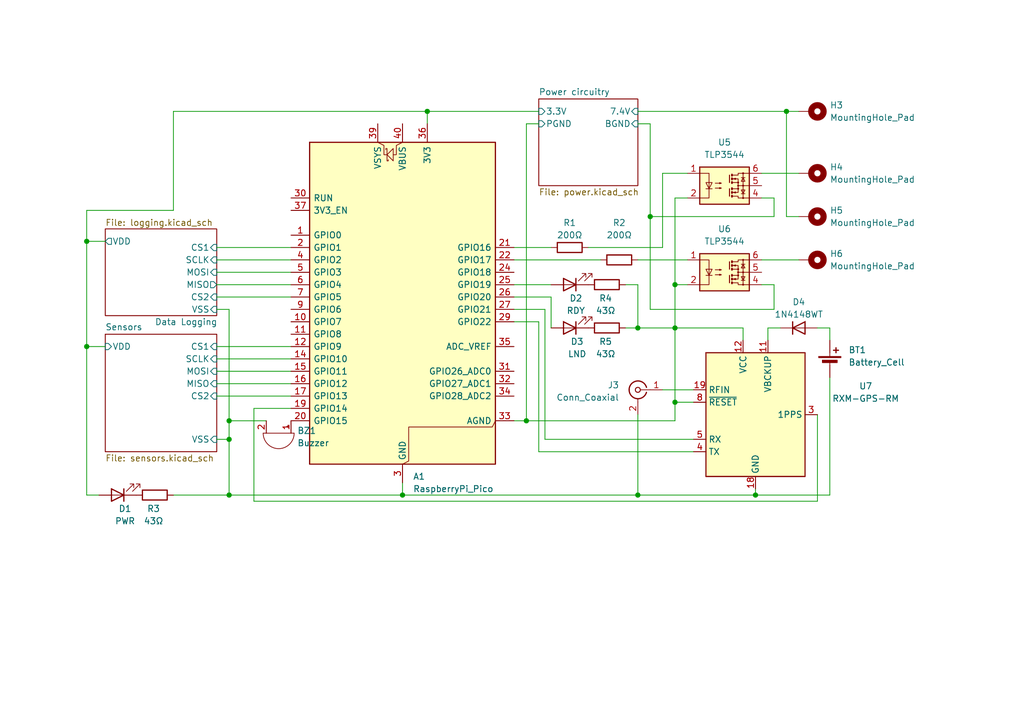
<source format=kicad_sch>
(kicad_sch (version 20250114) (generator "eeschema") (generator_version "9.0")
  (paper "A5")
  (title_block (title "Rocketry Avionics Task") (date "2025-10-15"))
  (lib_symbols
    (symbol "Connector:Conn_Coaxial" (pin_names (offset 1.016) (hide yes))
      (property "Reference" "J" (at 0.254 3.048 0))
      (property "Value" "Conn_Coaxial" (at 2.921 0 90))
      (symbol "Conn_Coaxial_0_1"
        (polyline (pts (xy -2.54 0) (xy -0.508 0)))
        (arc (start 1.778 0) (mid 0.222 -1.8079) (end -1.778 -0.508) (stroke (width 0.254)))
        (arc (start -1.778 0.508) (mid 0.2221 1.8084) (end 1.778 0) (stroke (width 0.254)))
        (circle (center 0 0) (radius 0.508) (stroke (width 0.2032)))
        (polyline (pts (xy 0 -2.54) (xy 0 -1.778)))
      )
      (symbol "Conn_Coaxial_1_1"
        (pin passive line (at -5.08 0 0) (length 2.54) (name "In") (number "1"))
        (pin passive line (at 0 -5.08 90) (length 2.54) (name "Ext") (number "2"))
      )
    )
    (symbol "Device:Battery_Cell" (pin_numbers (hide yes)) (pin_names (offset 0) (hide yes))
      (property "Reference" "BT" (at 2.54 2.54 0))
      (property "Value" "Battery_Cell" (at 2.54 0 0))
      (symbol "Battery_Cell_0_1"
        (rectangle (start -2.286 1.778) (end 2.286 1.524) (fill (type outline)))
        (rectangle (start -1.524 1.016) (end 1.524 0.508) (fill (type outline)))
        (polyline (pts (xy 0 1.778) (xy 0 2.54)))
        (polyline (pts (xy 0 0.762) (xy 0 0)))
        (polyline (pts (xy 0.762 3.048) (xy 1.778 3.048)) (stroke (width 0.254)))
        (polyline (pts (xy 1.27 3.556) (xy 1.27 2.54)) (stroke (width 0.254)))
      )
      (symbol "Battery_Cell_1_1"
        (pin passive line (at 0 5.08 270) (length 2.54) (name "+") (number "1"))
        (pin passive line (at 0 -2.54 90) (length 2.54) (name "-") (number "2"))
      )
    )
    (symbol "Device:Buzzer" (pin_names (offset 0.0254) (hide yes))
      (property "Reference" "BZ" (at 3.81 1.27 0))
      (property "Value" "Buzzer" (at 3.81 -1.27 0))
      (symbol "Buzzer_0_1"
        (polyline (pts (xy -1.651 1.905) (xy -1.143 1.905)))
        (polyline (pts (xy -1.397 2.159) (xy -1.397 1.651)))
        (arc (start 0 3.175) (mid 3.1612 0) (end 0 -3.175))
        (polyline (pts (xy 0 3.175) (xy 0 -3.175)))
      )
      (symbol "Buzzer_1_1"
        (pin passive line (at -2.54 2.54 0) (length 2.54) (name "+") (number "1"))
        (pin passive line (at -2.54 -2.54 0) (length 2.54) (name "-") (number "2"))
      )
    )
    (symbol "Device:LED" (pin_numbers (hide yes)) (pin_names (offset 1.016) (hide yes))
      (property "Reference" "D" (at 0 2.54 0))
      (property "Value" "LED" (at 0 -2.54 0))
      (symbol "LED_0_1"
        (polyline (pts (xy -3.048 -0.762) (xy -4.572 -2.286) (xy -3.81 -2.286) (xy -4.572 -2.286) (xy -4.572 -1.524)))
        (polyline (pts (xy -1.778 -0.762) (xy -3.302 -2.286) (xy -2.54 -2.286) (xy -3.302 -2.286) (xy -3.302 -1.524)))
        (polyline (pts (xy -1.27 0) (xy 1.27 0)))
        (polyline (pts (xy -1.27 -1.27) (xy -1.27 1.27)) (stroke (width 0.254)))
        (polyline (pts (xy 1.27 -1.27) (xy 1.27 1.27) (xy -1.27 0) (xy 1.27 -1.27)) (stroke (width 0.254)))
      )
      (symbol "LED_1_1"
        (pin passive line (at -3.81 0 0) (length 2.54) (name "K") (number "1"))
        (pin passive line (at 3.81 0 180) (length 2.54) (name "A") (number "2"))
      )
    )
    (symbol "Device:R" (pin_numbers (hide yes)) (pin_names (offset 0))
      (property "Reference" "R" (at 2.032 0 90))
      (property "Value" "R" (at 0 0 90))
      (symbol "R_0_1"
        (rectangle (start -1.016 -2.54) (end 1.016 2.54) (stroke (width 0.254)))
      )
      (symbol "R_1_1"
        (pin passive line (at 0 3.81 270) (length 1.27) (name "~") (number "1"))
        (pin passive line (at 0 -3.81 90) (length 1.27) (name "~") (number "2"))
      )
    )
    (symbol "Diode:1N4148WT" (pin_numbers (hide yes)) (pin_names (hide yes))
      (property "Reference" "D" (at 0 2.54 0))
      (property "Value" "1N4148WT" (at 0 -2.54 0))
      (symbol "1N4148WT_0_1"
        (polyline (pts (xy -1.27 1.27) (xy -1.27 -1.27)) (stroke (width 0.254)))
        (polyline (pts (xy 1.27 1.27) (xy 1.27 -1.27) (xy -1.27 0) (xy 1.27 1.27)) (stroke (width 0.254)))
        (polyline (pts (xy 1.27 0) (xy -1.27 0)))
      )
      (symbol "1N4148WT_1_1"
        (pin passive line (at -3.81 0 0) (length 2.54) (name "K") (number "1"))
        (pin passive line (at 3.81 0 180) (length 2.54) (name "A") (number "2"))
      )
    )
    (symbol "MCU_Module:RaspberryPi_Pico" (pin_names (offset 0.762))
      (property "Reference" "A" (at -19.05 35.56 0))
      (property "Value" "RaspberryPi_Pico" (at 7.62 35.56 0))
      (symbol "RaspberryPi_Pico_0_1"
        (rectangle (start -19.05 34.29) (end 19.05 -31.75) (stroke (width 0.254)) (fill (type background)))
        (polyline (pts (xy -5.08 34.29) (xy -3.81 33.655) (xy -3.81 31.75) (xy -3.175 31.75)))
        (polyline (pts (xy -3.429 32.766) (xy -3.429 33.02) (xy -3.175 33.02) (xy -3.175 30.48) (xy -2.921 30.48) (xy -2.921 30.734)))
        (polyline (pts (xy -3.175 31.75) (xy -1.905 33.02) (xy -1.905 30.48) (xy -3.175 31.75)))
        (polyline (pts (xy 0 34.29) (xy -1.27 33.655) (xy -1.27 31.75) (xy -1.905 31.75)))
        (polyline (pts (xy 0 -31.75) (xy 1.27 -31.115) (xy 1.27 -24.13) (xy 18.415 -24.13) (xy 19.05 -22.86)))
      )
      (symbol "RaspberryPi_Pico_1_1"
        (pin passive line (at -22.86 22.86 0) (length 3.81) (name "RUN") (number "30"))
        (pin passive line (at -22.86 20.32 0) (length 3.81) (name "3V3_EN") (number "37"))
        (pin bidirectional line (at -22.86 15.24 0) (length 3.81) (name "GPIO0") (number "1"))
        (pin bidirectional line (at -22.86 12.7 0) (length 3.81) (name "GPIO1") (number "2"))
        (pin bidirectional line (at -22.86 10.16 0) (length 3.81) (name "GPIO2") (number "4"))
        (pin bidirectional line (at -22.86 7.62 0) (length 3.81) (name "GPIO3") (number "5"))
        (pin bidirectional line (at -22.86 5.08 0) (length 3.81) (name "GPIO4") (number "6"))
        (pin bidirectional line (at -22.86 2.54 0) (length 3.81) (name "GPIO5") (number "7"))
        (pin bidirectional line (at -22.86 0 0) (length 3.81) (name "GPIO6") (number "9"))
        (pin bidirectional line (at -22.86 -2.54 0) (length 3.81) (name "GPIO7") (number "10"))
        (pin bidirectional line (at -22.86 -5.08 0) (length 3.81) (name "GPIO8") (number "11"))
        (pin bidirectional line (at -22.86 -7.62 0) (length 3.81) (name "GPIO9") (number "12"))
        (pin bidirectional line (at -22.86 -10.16 0) (length 3.81) (name "GPIO10") (number "14"))
        (pin bidirectional line (at -22.86 -12.7 0) (length 3.81) (name "GPIO11") (number "15"))
        (pin bidirectional line (at -22.86 -15.24 0) (length 3.81) (name "GPIO12") (number "16"))
        (pin bidirectional line (at -22.86 -17.78 0) (length 3.81) (name "GPIO13") (number "17"))
        (pin bidirectional line (at -22.86 -20.32 0) (length 3.81) (name "GPIO14") (number "19"))
        (pin bidirectional line (at -22.86 -22.86 0) (length 3.81) (name "GPIO15") (number "20"))
        (pin power_in line (at -5.08 38.1 270) (length 3.81) (name "VSYS") (number "39"))
        (pin power_out line (at 0 38.1 270) (length 3.81) (name "VBUS") (number "40"))
        (pin passive line (at 0 -35.56 90) (length 3.81) (hide yes) (name "GND") (number "13"))
        (pin passive line (at 0 -35.56 90) (length 3.81) (hide yes) (name "GND") (number "18"))
        (pin passive line (at 0 -35.56 90) (length 3.81) (hide yes) (name "GND") (number "23"))
        (pin passive line (at 0 -35.56 90) (length 3.81) (hide yes) (name "GND") (number "28"))
        (pin power_out line (at 0 -35.56 90) (length 3.81) (name "GND") (number "3"))
        (pin passive line (at 0 -35.56 90) (length 3.81) (hide yes) (name "GND") (number "38"))
        (pin passive line (at 0 -35.56 90) (length 3.81) (hide yes) (name "GND") (number "8"))
        (pin power_out line (at 5.08 38.1 270) (length 3.81) (name "3V3") (number "36"))
        (pin bidirectional line (at 22.86 12.7 180) (length 3.81) (name "GPIO16") (number "21"))
        (pin bidirectional line (at 22.86 10.16 180) (length 3.81) (name "GPIO17") (number "22"))
        (pin bidirectional line (at 22.86 7.62 180) (length 3.81) (name "GPIO18") (number "24"))
        (pin bidirectional line (at 22.86 5.08 180) (length 3.81) (name "GPIO19") (number "25"))
        (pin bidirectional line (at 22.86 2.54 180) (length 3.81) (name "GPIO20") (number "26"))
        (pin bidirectional line (at 22.86 0 180) (length 3.81) (name "GPIO21") (number "27"))
        (pin bidirectional line (at 22.86 -2.54 180) (length 3.81) (name "GPIO22") (number "29"))
        (pin power_in line (at 22.86 -7.62 180) (length 3.81) (name "ADC_VREF") (number "35"))
        (pin bidirectional line (at 22.86 -12.7 180) (length 3.81) (name "GPIO26_ADC0") (number "31"))
        (pin bidirectional line (at 22.86 -15.24 180) (length 3.81) (name "GPIO27_ADC1") (number "32"))
        (pin bidirectional line (at 22.86 -17.78 180) (length 3.81) (name "GPIO28_ADC2") (number "34"))
        (pin power_out line (at 22.86 -22.86 180) (length 3.81) (name "AGND") (number "33"))
      )
    )
    (symbol "Mechanical:MountingHole_Pad" (pin_numbers (hide yes)) (pin_names (offset 1.016) (hide yes)) (in_bom no)
      (property "Reference" "H" (at 0 6.35 0))
      (property "Value" "MountingHole_Pad" (at 0 4.445 0))
      (symbol "MountingHole_Pad_0_1"
        (circle (center 0 1.27) (radius 1.27) (stroke (width 1.27)))
      )
      (symbol "MountingHole_Pad_1_1"
        (pin input line (at 0 -2.54 90) (length 2.54) (name "1") (number "1"))
      )
    )
    (symbol "RF_GPS:RXM-GPS-RM"
      (property "Reference" "U" (at -7.62 13.97 0))
      (property "Value" "RXM-GPS-RM" (at 17.78 13.97 0))
      (symbol "RXM-GPS-RM_0_1"
        (rectangle (start 10.16 -12.7) (end -10.16 12.7) (stroke (width 0.254)) (fill (type background)))
      )
      (symbol "RXM-GPS-RM_1_1"
        (pin input line (at -12.7 5.08 0) (length 2.54) (name "RFIN") (number "19"))
        (pin input line (at -12.7 2.54 0) (length 2.54) (name "~{RESET}") (number "8"))
        (pin input line (at -12.7 -5.08 0) (length 2.54) (name "RX") (number "5"))
        (pin output line (at -12.7 -7.62 0) (length 2.54) (name "TX") (number "4"))
        (pin no_connect line (at -10.16 10.16 0) (length 2.54) (hide yes) (name "NC") (number "1"))
        (pin no_connect line (at -10.16 7.62 0) (length 2.54) (hide yes) (name "NC") (number "2"))
        (pin no_connect line (at -10.16 0 0) (length 2.54) (hide yes) (name "NC") (number "6"))
        (pin no_connect line (at -10.16 -2.54 0) (length 2.54) (hide yes) (name "NC") (number "7"))
        (pin no_connect line (at -10.16 -10.16 0) (length 2.54) (hide yes) (name "NC") (number "9"))
        (pin power_in line (at -2.54 15.24 270) (length 2.54) (name "VCC") (number "12"))
        (pin power_in line (at 0 -15.24 90) (length 2.54) (name "GND") (number "18"))
        (pin passive line (at 0 -15.24 90) (length 2.54) (hide yes) (name "GND") (number "20"))
        (pin passive line (at 0 -15.24 90) (length 2.54) (hide yes) (name "GND") (number "21"))
        (pin passive line (at 0 -15.24 90) (length 2.54) (hide yes) (name "GND") (number "22"))
        (pin power_in line (at 2.54 15.24 270) (length 2.54) (name "VBCKUP") (number "11"))
        (pin no_connect line (at 10.16 10.16 180) (length 2.54) (hide yes) (name "NC") (number "10"))
        (pin no_connect line (at 10.16 7.62 180) (length 2.54) (hide yes) (name "NC") (number "13"))
        (pin no_connect line (at 10.16 5.08 180) (length 2.54) (hide yes) (name "NC") (number "14"))
        (pin no_connect line (at 10.16 2.54 180) (length 2.54) (hide yes) (name "NC") (number "15"))
        (pin no_connect line (at 10.16 -2.54 180) (length 2.54) (hide yes) (name "NC") (number "16"))
        (pin output line (at 12.7 0 180) (length 2.54) (name "1PPS") (number "3"))
      )
    )
    (symbol "Relay_SolidState:TLP3544"
      (property "Reference" "U" (at -3.81 5.08 0))
      (property "Value" "TLP3544" (at -1.27 -5.08 0))
      (symbol "TLP3544_0_1"
        (rectangle (start -5.08 3.81) (end 5.08 -3.81) (stroke (width 0.254)) (fill (type background)))
        (polyline (pts (xy -5.08 2.54) (xy -3.175 2.54) (xy -3.175 -2.54) (xy -5.08 -2.54)))
        (polyline (pts (xy -3.81 -0.635) (xy -2.54 -0.635)))
        (polyline (pts (xy -3.175 -0.635) (xy -3.81 0.635) (xy -2.54 0.635) (xy -3.175 -0.635)))
        (polyline (pts (xy -1.905 0.508) (xy -0.635 0.508) (xy -1.016 0.381) (xy -1.016 0.635) (xy -0.635 0.508)))
        (polyline (pts (xy -1.905 -0.508) (xy -0.635 -0.508) (xy -1.016 -0.635) (xy -1.016 -0.381) (xy -0.635 -0.508)))
        (polyline (pts (xy 1.016 2.159) (xy 1.016 0.635)) (stroke (width 0.2032)))
        (polyline (pts (xy 1.016 -0.635) (xy 1.016 -2.159)) (stroke (width 0.2032)))
        (polyline (pts (xy 1.524 2.286) (xy 1.524 2.032) (xy 1.524 2.032)) (stroke (width 0.3556)))
        (polyline (pts (xy 1.524 1.524) (xy 1.524 1.27) (xy 1.524 1.27)) (stroke (width 0.3556)))
        (polyline (pts (xy 1.524 0.762) (xy 1.524 0.508) (xy 1.524 0.508)) (stroke (width 0.3556)))
        (polyline (pts (xy 1.524 -0.508) (xy 1.524 -0.762)) (stroke (width 0.3556)))
        (polyline (pts (xy 1.524 -1.27) (xy 1.524 -1.524) (xy 1.524 -1.524)) (stroke (width 0.3556)))
        (polyline (pts (xy 1.524 -2.032) (xy 1.524 -2.286) (xy 1.524 -2.286)) (stroke (width 0.3556)))
        (polyline (pts (xy 1.651 2.159) (xy 2.794 2.159) (xy 2.794 2.54) (xy 5.08 2.54)))
        (polyline (pts (xy 1.651 1.397) (xy 2.794 1.397) (xy 2.794 0.635)))
        (polyline (pts (xy 1.651 -0.635) (xy 2.794 -0.635) (xy 2.794 0.635) (xy 1.651 0.635)))
        (polyline (pts (xy 1.651 -1.397) (xy 2.794 -1.397) (xy 2.794 -0.635)))
        (polyline (pts (xy 1.651 -2.159) (xy 2.794 -2.159) (xy 2.794 -2.54) (xy 5.08 -2.54)))
        (polyline (pts (xy 1.778 1.397) (xy 2.286 1.524) (xy 2.286 1.27) (xy 1.778 1.397)))
        (polyline (pts (xy 1.778 -1.397) (xy 2.286 -1.27) (xy 2.286 -1.524) (xy 1.778 -1.397)))
        (circle (center 2.794 0.635) (radius 0.127))
        (polyline (pts (xy 2.794 0) (xy 5.08 0)))
        (circle (center 2.794 0) (radius 0.127))
        (circle (center 2.794 -0.635) (radius 0.127))
        (polyline (pts (xy 3.429 1.651) (xy 4.191 1.651)))
        (polyline (pts (xy 3.429 -1.651) (xy 4.191 -1.651)))
        (circle (center 3.81 2.54) (radius 0.127))
        (polyline (pts (xy 3.81 1.651) (xy 3.429 0.889) (xy 4.191 0.889) (xy 3.81 1.651)))
        (circle (center 3.81 0) (radius 0.127))
        (polyline (pts (xy 3.81 -1.651) (xy 3.429 -0.889) (xy 4.191 -0.889) (xy 3.81 -1.651)))
        (polyline (pts (xy 3.81 -2.54) (xy 3.81 2.54)))
        (circle (center 3.81 -2.54) (radius 0.127))
      )
      (symbol "TLP3544_1_1"
        (pin passive line (at -7.62 2.54 0) (length 2.54) (name "~") (number "1"))
        (pin passive line (at -7.62 -2.54 0) (length 2.54) (name "~") (number "2"))
        (pin no_connect line (at -5.08 0 0) (length 2.54) (hide yes) (name "~") (number "3"))
        (pin passive line (at 7.62 2.54 180) (length 2.54) (name "~") (number "6"))
        (pin passive line (at 7.62 0 180) (length 2.54) (name "~") (number "5"))
        (pin passive line (at 7.62 -2.54 180) (length 2.54) (name "~") (number "4"))
      )
    )
  )
  (junction (at 161.29 22.86))
  (junction (at 82.55 101.6))
  (junction (at 46.99 101.6))
  (junction (at 17.78 49.53))
  (junction (at 130.81 101.6))
  (junction (at 138.43 67.31))
  (junction (at 133.35 44.45))
  (junction (at 17.78 71.12))
  (junction (at 46.99 86.36))
  (junction (at 138.43 58.42))
  (junction (at 46.99 90.17))
  (junction (at 107.95 86.36))
  (junction (at 87.63 22.86))
  (junction (at 130.81 67.31))
  (junction (at 154.94 101.6))
  (junction (at 138.43 82.55))
  (wire (pts (xy 135.89 80.01) (xy 142.24 80.01)))
  (wire (pts (xy 130.81 67.31) (xy 138.43 67.31)))
  (wire (pts (xy 135.89 35.56) (xy 135.89 50.8)))
  (wire (pts (xy 138.43 82.55) (xy 138.43 86.36)))
  (wire (pts (xy 138.43 40.64) (xy 138.43 58.42)))
  (wire (pts (xy 163.83 35.56) (xy 156.21 35.56)))
  (wire (pts (xy 128.27 67.31) (xy 130.81 67.31)))
  (wire (pts (xy 167.64 85.09) (xy 167.64 102.87)))
  (wire (pts (xy 82.55 101.6) (xy 46.99 101.6)))
  (wire (pts (xy 156.21 58.42) (xy 158.75 58.42)))
  (wire (pts (xy 110.49 92.71) (xy 110.49 66.04)))
  (wire (pts (xy 17.78 101.6) (xy 20.32 101.6)))
  (wire (pts (xy 111.76 63.5) (xy 105.41 63.5)))
  (wire (pts (xy 167.64 67.31) (xy 170.18 67.31)))
  (wire (pts (xy 107.95 86.36) (xy 138.43 86.36)))
  (wire (pts (xy 154.94 100.33) (xy 154.94 101.6)))
  (wire (pts (xy 35.56 101.6) (xy 46.99 101.6)))
  (wire (pts (xy 44.45 71.12) (xy 59.69 71.12)))
  (wire (pts (xy 158.75 58.42) (xy 158.75 63.5)))
  (wire (pts (xy 161.29 44.45) (xy 163.83 44.45)))
  (wire (pts (xy 17.78 43.18) (xy 35.56 43.18)))
  (wire (pts (xy 130.81 85.09) (xy 130.81 101.6)))
  (wire (pts (xy 107.95 25.4) (xy 107.95 86.36)))
  (wire (pts (xy 105.41 58.42) (xy 113.03 58.42)))
  (wire (pts (xy 130.81 53.34) (xy 140.97 53.34)))
  (wire (pts (xy 157.48 67.31) (xy 157.48 69.85)))
  (wire (pts (xy 17.78 49.53) (xy 17.78 43.18)))
  (wire (pts (xy 44.45 50.8) (xy 59.69 50.8)))
  (wire (pts (xy 44.45 63.5) (xy 46.99 63.5)))
  (wire (pts (xy 44.45 55.88) (xy 59.69 55.88)))
  (wire (pts (xy 17.78 49.53) (xy 21.59 49.53)))
  (wire (pts (xy 120.65 50.8) (xy 135.89 50.8)))
  (wire (pts (xy 138.43 58.42) (xy 140.97 58.42)))
  (wire (pts (xy 17.78 49.53) (xy 17.78 71.12)))
  (wire (pts (xy 158.75 44.45) (xy 133.35 44.45)))
  (wire (pts (xy 35.56 22.86) (xy 35.56 43.18)))
  (wire (pts (xy 46.99 63.5) (xy 46.99 86.36)))
  (wire (pts (xy 52.07 83.82) (xy 59.69 83.82)))
  (wire (pts (xy 82.55 101.6) (xy 82.55 99.06)))
  (wire (pts (xy 113.03 60.96) (xy 113.03 67.31)))
  (wire (pts (xy 133.35 63.5) (xy 133.35 44.45)))
  (wire (pts (xy 133.35 44.45) (xy 133.35 25.4)))
  (wire (pts (xy 138.43 58.42) (xy 138.43 67.31)))
  (wire (pts (xy 130.81 67.31) (xy 130.81 58.42)))
  (wire (pts (xy 158.75 40.64) (xy 158.75 44.45)))
  (wire (pts (xy 87.63 22.86) (xy 110.49 22.86)))
  (wire (pts (xy 130.81 101.6) (xy 154.94 101.6)))
  (wire (pts (xy 130.81 58.42) (xy 128.27 58.42)))
  (wire (pts (xy 170.18 101.6) (xy 154.94 101.6)))
  (wire (pts (xy 138.43 67.31) (xy 138.43 82.55)))
  (wire (pts (xy 142.24 92.71) (xy 110.49 92.71)))
  (wire (pts (xy 110.49 25.4) (xy 107.95 25.4)))
  (wire (pts (xy 110.49 66.04) (xy 105.41 66.04)))
  (wire (pts (xy 44.45 60.96) (xy 59.69 60.96)))
  (wire (pts (xy 107.95 86.36) (xy 105.41 86.36)))
  (wire (pts (xy 140.97 40.64) (xy 138.43 40.64)))
  (wire (pts (xy 140.97 35.56) (xy 135.89 35.56)))
  (wire (pts (xy 161.29 22.86) (xy 161.29 44.45)))
  (wire (pts (xy 44.45 78.74) (xy 59.69 78.74)))
  (wire (pts (xy 138.43 82.55) (xy 142.24 82.55)))
  (wire (pts (xy 133.35 25.4) (xy 130.81 25.4)))
  (wire (pts (xy 161.29 22.86) (xy 163.83 22.86)))
  (wire (pts (xy 87.63 22.86) (xy 35.56 22.86)))
  (wire (pts (xy 170.18 77.47) (xy 170.18 101.6)))
  (wire (pts (xy 130.81 22.86) (xy 161.29 22.86)))
  (wire (pts (xy 170.18 67.31) (xy 170.18 69.85)))
  (wire (pts (xy 44.45 73.66) (xy 59.69 73.66)))
  (wire (pts (xy 87.63 25.4) (xy 87.63 22.86)))
  (wire (pts (xy 46.99 86.36) (xy 46.99 90.17)))
  (wire (pts (xy 158.75 40.64) (xy 156.21 40.64)))
  (wire (pts (xy 46.99 90.17) (xy 44.45 90.17)))
  (wire (pts (xy 44.45 58.42) (xy 59.69 58.42)))
  (wire (pts (xy 160.02 67.31) (xy 157.48 67.31)))
  (wire (pts (xy 105.41 53.34) (xy 123.19 53.34)))
  (wire (pts (xy 105.41 50.8) (xy 113.03 50.8)))
  (wire (pts (xy 158.75 63.5) (xy 133.35 63.5)))
  (wire (pts (xy 105.41 60.96) (xy 113.03 60.96)))
  (wire (pts (xy 167.64 102.87) (xy 52.07 102.87)))
  (wire (pts (xy 44.45 81.28) (xy 59.69 81.28)))
  (wire (pts (xy 52.07 102.87) (xy 52.07 83.82)))
  (wire (pts (xy 46.99 101.6) (xy 46.99 90.17)))
  (wire (pts (xy 46.99 86.36) (xy 54.61 86.36)))
  (wire (pts (xy 111.76 90.17) (xy 111.76 63.5)))
  (wire (pts (xy 152.4 69.85) (xy 152.4 67.31)))
  (wire (pts (xy 44.45 53.34) (xy 59.69 53.34)))
  (wire (pts (xy 138.43 67.31) (xy 152.4 67.31)))
  (wire (pts (xy 17.78 71.12) (xy 21.59 71.12)))
  (wire (pts (xy 142.24 90.17) (xy 111.76 90.17)))
  (wire (pts (xy 82.55 101.6) (xy 130.81 101.6)))
  (wire (pts (xy 44.45 76.2) (xy 59.69 76.2)))
  (wire (pts (xy 17.78 71.12) (xy 17.78 101.6)))
  (wire (pts (xy 156.21 53.34) (xy 163.83 53.34)))
  (symbol (lib_id "Connector:Conn_Coaxial") (at 130.81 80.01 0) (mirror y) (unit 1)
    (property "Reference" "J3" (at 127 79.0331 0) (effects (justify left)))
    (property "Value" "Conn_Coaxial" (at 127 81.5731 0) (effects (justify left)))
    (property "Footprint" "Connector_Coaxial:BNC_Amphenol_031-5539_Vertical" (effects (hide yes)))
    (property "Description" "coaxial connector (BNC, SMA, SMB, SMC, Cinch/RCA, LEMO, ...)" (effects (hide yes)))
  )
  (symbol (lib_id "Relay_SolidState:TLP3544") (at 148.59 38.1 0) (unit 1)
    (property "Reference" "U5" (at 148.59 29.21 0))
    (property "Value" "TLP3544" (at 148.59 31.75 0))
    (property "Footprint" "Package_DIP:DIP-6_W7.62mm" (effects (hide yes)))
    (property "Datasheet" "https://toshiba.semicon-storage.com/info/docget.jsp?did=12661&prodName=TLP3544" (effects (hide yes)))
    (property "Description" "Photo MOSFET optically coupled, ON 3.5A, 60mohm, OFF state 40V, Isolation 2500 VRMS, DIP-6" (effects (hide yes)))
  )
  (symbol (lib_id "Device:LED") (at 116.84 58.42 180) (unit 1)
    (property "Reference" "D2" (at 118.11 61.214 0))
    (property "Value" "RDY" (at 118.11 63.754 0))
    (property "Footprint" "LED_SMD:LED_0201_0603Metric" (effects (hide yes)))
    (property "Description" "Light emitting diode" (effects (hide yes)))
    (property "Sim.Pins" "1=K 2=A" (effects (hide yes)))
  )
  (symbol (lib_id "Mechanical:MountingHole_Pad") (at 166.37 53.34 270) (unit 1) (in_bom no)
    (property "Reference" "H6" (at 170.18 52.0699 90) (effects (justify left)))
    (property "Value" "MountingHole_Pad" (at 170.18 54.6099 90) (effects (justify left)))
    (property "Footprint" "MountingHole:MountingHole_2.5mm_Pad" (effects (hide yes)))
    (property "Description" "Mounting Hole with connection" (effects (hide yes)))
  )
  (symbol (lib_id "Mechanical:MountingHole_Pad") (at 166.37 35.56 270) (unit 1) (in_bom no)
    (property "Reference" "H4" (at 170.18 34.2899 90) (effects (justify left)))
    (property "Value" "MountingHole_Pad" (at 170.18 36.8299 90) (effects (justify left)))
    (property "Footprint" "MountingHole:MountingHole_2.5mm_Pad" (effects (hide yes)))
    (property "Description" "Mounting Hole with connection" (effects (hide yes)))
  )
  (symbol (lib_id "Diode:1N4148WT") (at 163.83 67.31 0) (unit 1)
    (property "Reference" "D4" (at 163.83 61.976 0))
    (property "Value" "1N4148WT" (at 163.83 64.516 0))
    (property "Footprint" "Diode_SMD:D_SOD-523" (effects (hide yes)))
    (property "Datasheet" "https://www.diodes.com/assets/Datasheets/ds30396.pdf" (effects (hide yes)))
    (property "Description" "75V 0.15A Fast switching Diode, SOD-523" (effects (hide yes)))
    (property "Sim.Device" "D" (effects (hide yes)))
    (property "Sim.Pins" "1=K 2=A" (effects (hide yes)))
  )
  (symbol (lib_id "Relay_SolidState:TLP3544") (at 148.59 55.88 0) (unit 1)
    (property "Reference" "U6" (at 148.59 46.99 0))
    (property "Value" "TLP3544" (at 148.59 49.53 0))
    (property "Footprint" "Package_DIP:DIP-6_W7.62mm" (effects (hide yes)))
    (property "Datasheet" "https://toshiba.semicon-storage.com/info/docget.jsp?did=12661&prodName=TLP3544" (effects (hide yes)))
    (property "Description" "Photo MOSFET optically coupled, ON 3.5A, 60mohm, OFF state 40V, Isolation 2500 VRMS, DIP-6" (effects (hide yes)))
  )
  (symbol (lib_id "Device:Buzzer") (at 57.15 88.9 270) (unit 1)
    (property "Reference" "BZ1" (at 60.96 88.385 90) (effects (justify left)))
    (property "Value" "Buzzer" (at 60.96 90.925 90) (effects (justify left)))
    (property "Footprint" "Buzzer_Beeper:Buzzer_15x7.5RM7.6" (effects (hide yes)))
    (property "Description" "Buzzer, polarized" (effects (hide yes)))
  )
  (symbol (lib_id "Device:R") (at 116.84 50.8 90) (unit 1)
    (property "Reference" "R1" (at 116.84 45.72 90))
    (property "Value" "200Ω" (at 116.84 48.26 90))
    (property "Footprint" "Resistor_SMD:R_0201_0603Metric" (effects (hide yes)))
    (property "Description" "Resistor" (effects (hide yes)))
  )
  (symbol (lib_id "RF_GPS:RXM-GPS-RM") (at 154.94 85.09 0) (unit 1)
    (property "Reference" "U7" (at 177.546 79.248 0))
    (property "Value" "RXM-GPS-RM" (at 177.546 81.788 0))
    (property "Footprint" "RF_GPS:Linx_RXM-GPS" (effects (hide yes)))
    (property "Datasheet" "https://linxtechnologies.com/wp/wp-content/uploads/rxm-gps-rm.pdf" (effects (hide yes)))
    (property "Description" "Module GPS Low Power, 14mA tracking, 22 channels" (effects (hide yes)))
  )
  (symbol (lib_id "MCU_Module:RaspberryPi_Pico") (at 82.55 63.5 0) (unit 1)
    (property "Reference" "A1" (at 84.6933 97.79 0) (effects (justify left)))
    (property "Value" "RaspberryPi_Pico" (at 84.6933 100.33 0) (effects (justify left)))
    (property "Footprint" "Module:RaspberryPi_Pico_Common_Unspecified" (effects (hide yes)))
    (property "Datasheet" "https://datasheets.raspberrypi.com/pico/pico-datasheet.pdf" (effects (hide yes)))
    (property "Description" "Versatile and inexpensive microcontroller module powered by RP2040 dual-core Arm Cortex-M0+ processor up to 133 MHz, 264kB SRAM, 2MB QSPI flash; also supports Raspberry Pi Pico 2" (effects (hide yes)))
  )
  (symbol (lib_id "Device:LED") (at 116.84 67.31 180) (unit 1)
    (property "Reference" "D3" (at 118.364 70.104 0))
    (property "Value" "LND" (at 118.364 72.644 0))
    (property "Footprint" "LED_SMD:LED_0201_0603Metric" (effects (hide yes)))
    (property "Description" "Light emitting diode" (effects (hide yes)))
    (property "Sim.Pins" "1=K 2=A" (effects (hide yes)))
  )
  (symbol (lib_id "Device:R") (at 127 53.34 90) (unit 1)
    (property "Reference" "R2" (at 127 45.72 90))
    (property "Value" "200Ω" (at 127 48.26 90))
    (property "Footprint" "Resistor_SMD:R_0201_0603Metric" (effects (hide yes)))
    (property "Description" "Resistor" (effects (hide yes)))
  )
  (symbol (lib_id "Device:R") (at 31.75 101.6 90) (unit 1)
    (property "Reference" "R3" (at 31.496 104.394 90))
    (property "Value" "43Ω" (at 31.496 106.934 90))
    (property "Footprint" "Resistor_SMD:R_0201_0603Metric" (effects (hide yes)))
    (property "Description" "Resistor" (effects (hide yes)))
  )
  (symbol (lib_id "Device:R") (at 124.46 67.31 90) (unit 1)
    (property "Reference" "R5" (at 124.206 70.104 90))
    (property "Value" "43Ω" (at 124.206 72.644 90))
    (property "Footprint" "Resistor_SMD:R_0201_0603Metric" (effects (hide yes)))
    (property "Description" "Resistor" (effects (hide yes)))
  )
  (symbol (lib_id "Mechanical:MountingHole_Pad") (at 166.37 22.86 270) (unit 1) (in_bom no)
    (property "Reference" "H3" (at 170.18 21.5899 90) (effects (justify left)))
    (property "Value" "MountingHole_Pad" (at 170.18 24.1299 90) (effects (justify left)))
    (property "Footprint" "MountingHole:MountingHole_2.5mm_Pad" (effects (hide yes)))
    (property "Description" "Mounting Hole with connection" (effects (hide yes)))
  )
  (symbol (lib_id "Mechanical:MountingHole_Pad") (at 166.37 44.45 270) (unit 1) (in_bom no)
    (property "Reference" "H5" (at 170.18 43.1799 90) (effects (justify left)))
    (property "Value" "MountingHole_Pad" (at 170.18 45.7199 90) (effects (justify left)))
    (property "Footprint" "MountingHole:MountingHole_2.5mm_Pad" (effects (hide yes)))
    (property "Description" "Mounting Hole with connection" (effects (hide yes)))
  )
  (symbol (lib_id "Device:Battery_Cell") (at 170.18 74.93 0) (unit 1)
    (property "Reference" "BT1" (at 173.99 71.8184 0) (effects (justify left)))
    (property "Value" "Battery_Cell" (at 173.99 74.3584 0) (effects (justify left)))
    (property "Footprint" "Battery:BatteryClip_Keystone_54_D16-19mm" (effects (hide yes)))
    (property "Description" "Single-cell battery" (effects (hide yes)))
  )
  (symbol (lib_id "Device:LED") (at 24.13 101.6 180) (unit 1)
    (property "Reference" "D1" (at 25.654 104.394 0))
    (property "Value" "PWR" (at 25.654 106.934 0))
    (property "Footprint" "LED_SMD:LED_0201_0603Metric" (effects (hide yes)))
    (property "Description" "Light emitting diode" (effects (hide yes)))
    (property "Sim.Pins" "1=K 2=A" (effects (hide yes)))
  )
  (symbol (lib_id "Device:R") (at 124.46 58.42 90) (unit 1)
    (property "Reference" "R4" (at 124.206 61.214 90))
    (property "Value" "43Ω" (at 124.206 63.754 90))
    (property "Footprint" "Resistor_SMD:R_0201_0603Metric" (effects (hide yes)))
    (property "Description" "Resistor" (effects (hide yes)))
  )
  (sheet (at 21.59 68.58) (size 22.86 24.13) (stroke (width 0.1524))
    (property "Sheetname" "Sensors" (at 21.59 67.8684 0) (effects (justify left bottom)))
    (property "Sheetfile" "sensors.kicad_sch" (at 21.59 93.2946 0) (effects (justify left top)))
    (pin "CS1" input (at 44.45 71.12 0))
    (pin "CS2" input (at 44.45 81.28 0))
    (pin "MISO" input (at 44.45 78.74 0))
    (pin "MOSI" input (at 44.45 76.2 0))
    (pin "SCLK" input (at 44.45 73.66 0))
    (pin "VDD" input (at 21.59 71.12 180))
    (pin "VSS" input (at 44.45 90.17 0))
  )
  (sheet (at 21.59 46.99) (size 22.86 17.78) (stroke (width 0.1524))
    (property "Sheetname" "Data Logging" (at 31.75 66.802 0) (effects (justify left bottom)))
    (property "Sheetfile" "logging.kicad_sch" (at 21.59 44.958 0) (effects (justify left top)))
    (pin "CS1" input (at 44.45 50.8 0))
    (pin "CS2" input (at 44.45 60.96 0))
    (pin "MISO" output (at 44.45 58.42 0))
    (pin "MOSI" input (at 44.45 55.88 0))
    (pin "SCLK" input (at 44.45 53.34 0))
    (pin "VDD" output (at 21.59 49.53 180))
    (pin "VSS" input (at 44.45 63.5 0))
  )
  (sheet (at 110.49 20.32) (size 20.32 17.78) (stroke (width 0.1524))
    (property "Sheetname" "Power circuitry" (at 110.49 19.6084 0) (effects (justify left bottom)))
    (property "Sheetfile" "power.kicad_sch" (at 110.49 38.6846 0) (effects (justify left top)))
    (pin "3.3V" input (at 110.49 22.86 180))
    (pin "7.4V" input (at 130.81 22.86 0))
    (pin "BGND" input (at 130.81 25.4 0))
    (pin "PGND" input (at 110.49 25.4 180))
  )
)
</source>
